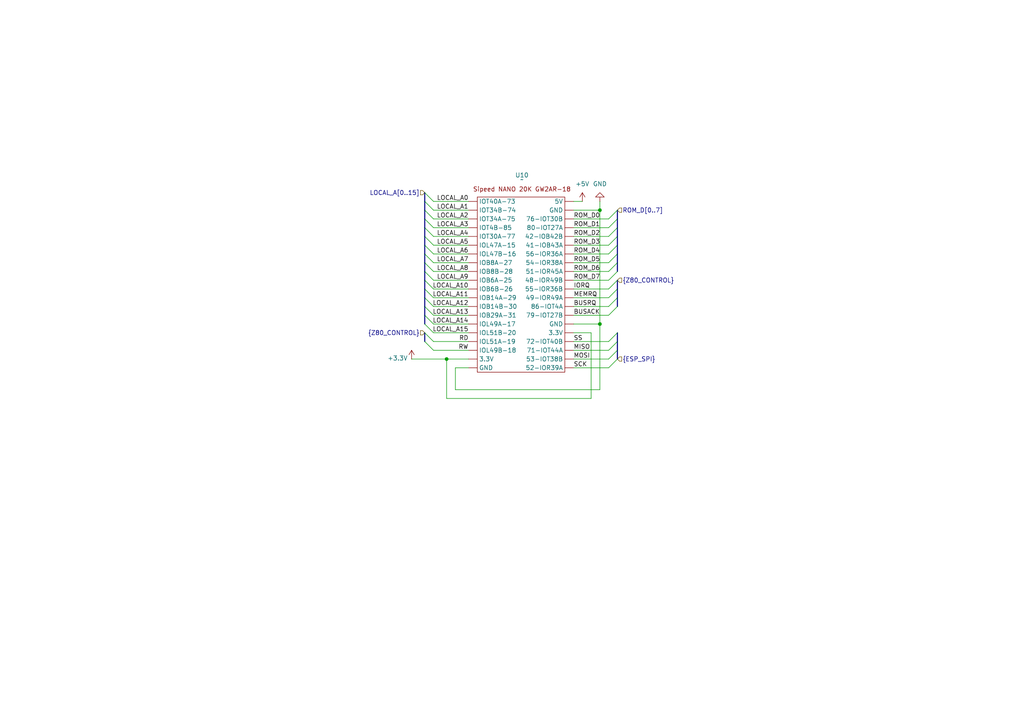
<source format=kicad_sch>
(kicad_sch
	(version 20231120)
	(generator "eeschema")
	(generator_version "8.0")
	(uuid "e2d30520-9e5a-4581-8b12-19287a1f16cf")
	(paper "A4")
	(lib_symbols
		(symbol "FujiNet 4.0:Sipeed_Nano_20K"
			(pin_numbers hide)
			(exclude_from_sim no)
			(in_bom yes)
			(on_board yes)
			(property "Reference" "U"
				(at 0 0 0)
				(effects
					(font
						(size 1.27 1.27)
					)
				)
			)
			(property "Value" ""
				(at 0 0 0)
				(effects
					(font
						(size 1.27 1.27)
					)
				)
			)
			(property "Footprint" "FujiNet 4.0:Sipeed Tang Nano 20k"
				(at 0 0 0)
				(effects
					(font
						(size 1.27 1.27)
					)
				)
			)
			(property "Datasheet" ""
				(at 0 0 0)
				(effects
					(font
						(size 1.27 1.27)
					)
					(hide yes)
				)
			)
			(property "Description" ""
				(at 0 0 0)
				(effects
					(font
						(size 1.27 1.27)
					)
					(hide yes)
				)
			)
			(symbol "Sipeed_Nano_20K_0_1"
				(rectangle
					(start -12.7 25.4)
					(end 12.7 -25.4)
					(stroke
						(width 0)
						(type default)
					)
					(fill
						(type none)
					)
				)
			)
			(symbol "Sipeed_Nano_20K_1_1"
				(text "Sipeed NANO 20K GW2AR-18"
					(at 0.254 27.686 0)
					(effects
						(font
							(size 1.27 1.27)
						)
					)
				)
				(pin power_in line
					(at 15.24 24.13 180)
					(length 2.54)
					(name "5V"
						(effects
							(font
								(size 1.27 1.27)
							)
						)
					)
					(number "1"
						(effects
							(font
								(size 1.27 1.27)
							)
						)
					)
				)
				(pin bidirectional line
					(at 15.24 1.27 180)
					(length 2.54)
					(name "48-IOR49B"
						(effects
							(font
								(size 1.27 1.27)
							)
						)
					)
					(number "10"
						(effects
							(font
								(size 1.27 1.27)
							)
						)
					)
				)
				(pin bidirectional line
					(at 15.24 -1.27 180)
					(length 2.54)
					(name "55-IOR36B"
						(effects
							(font
								(size 1.27 1.27)
							)
						)
					)
					(number "11"
						(effects
							(font
								(size 1.27 1.27)
							)
						)
					)
				)
				(pin bidirectional line
					(at 15.24 -3.81 180)
					(length 2.54)
					(name "49-IOR49A"
						(effects
							(font
								(size 1.27 1.27)
							)
						)
					)
					(number "12"
						(effects
							(font
								(size 1.27 1.27)
							)
						)
					)
				)
				(pin bidirectional line
					(at 15.24 -6.35 180)
					(length 2.54)
					(name "86-IOT4A"
						(effects
							(font
								(size 1.27 1.27)
							)
						)
					)
					(number "13"
						(effects
							(font
								(size 1.27 1.27)
							)
						)
					)
				)
				(pin bidirectional line
					(at 15.24 -8.89 180)
					(length 2.54)
					(name "79-IOT27B"
						(effects
							(font
								(size 1.27 1.27)
							)
						)
					)
					(number "14"
						(effects
							(font
								(size 1.27 1.27)
							)
						)
					)
				)
				(pin power_in line
					(at 15.24 -11.43 180)
					(length 2.54)
					(name "GND"
						(effects
							(font
								(size 1.27 1.27)
							)
						)
					)
					(number "15"
						(effects
							(font
								(size 1.27 1.27)
							)
						)
					)
				)
				(pin power_in line
					(at 15.24 -13.97 180)
					(length 2.54)
					(name "3.3V"
						(effects
							(font
								(size 1.27 1.27)
							)
						)
					)
					(number "16"
						(effects
							(font
								(size 1.27 1.27)
							)
						)
					)
				)
				(pin bidirectional line
					(at 15.24 -16.51 180)
					(length 2.54)
					(name "72-IOT40B"
						(effects
							(font
								(size 1.27 1.27)
							)
						)
					)
					(number "17"
						(effects
							(font
								(size 1.27 1.27)
							)
						)
					)
				)
				(pin bidirectional line
					(at 15.24 -19.05 180)
					(length 2.54)
					(name "71-IOT44A"
						(effects
							(font
								(size 1.27 1.27)
							)
						)
					)
					(number "18"
						(effects
							(font
								(size 1.27 1.27)
							)
						)
					)
				)
				(pin bidirectional line
					(at 15.24 -21.59 180)
					(length 2.54)
					(name "53-IOT38B"
						(effects
							(font
								(size 1.27 1.27)
							)
						)
					)
					(number "19"
						(effects
							(font
								(size 1.27 1.27)
							)
						)
					)
				)
				(pin power_in line
					(at 15.24 21.59 180)
					(length 2.54)
					(name "GND"
						(effects
							(font
								(size 1.27 1.27)
							)
						)
					)
					(number "2"
						(effects
							(font
								(size 1.27 1.27)
							)
						)
					)
				)
				(pin bidirectional line
					(at 15.24 -24.13 180)
					(length 2.54)
					(name "52-IOR39A"
						(effects
							(font
								(size 1.27 1.27)
							)
						)
					)
					(number "20"
						(effects
							(font
								(size 1.27 1.27)
							)
						)
					)
				)
				(pin power_in line
					(at -15.24 -24.13 0)
					(length 2.54)
					(name "GND"
						(effects
							(font
								(size 1.27 1.27)
							)
						)
					)
					(number "21"
						(effects
							(font
								(size 1.27 1.27)
							)
						)
					)
				)
				(pin power_in line
					(at -15.24 -21.59 0)
					(length 2.54)
					(name "3.3V"
						(effects
							(font
								(size 1.27 1.27)
							)
						)
					)
					(number "22"
						(effects
							(font
								(size 1.27 1.27)
							)
						)
					)
				)
				(pin bidirectional line
					(at -15.24 -19.05 0)
					(length 2.54)
					(name "IOL49B-18"
						(effects
							(font
								(size 1.27 1.27)
							)
						)
					)
					(number "23"
						(effects
							(font
								(size 1.27 1.27)
							)
						)
					)
				)
				(pin bidirectional line
					(at -15.24 -16.51 0)
					(length 2.54)
					(name "IOL51A-19"
						(effects
							(font
								(size 1.27 1.27)
							)
						)
					)
					(number "24"
						(effects
							(font
								(size 1.27 1.27)
							)
						)
					)
				)
				(pin bidirectional line
					(at -15.24 -13.97 0)
					(length 2.54)
					(name "IOL51B-20"
						(effects
							(font
								(size 1.27 1.27)
							)
						)
					)
					(number "25"
						(effects
							(font
								(size 1.27 1.27)
							)
						)
					)
				)
				(pin bidirectional line
					(at -15.24 -11.43 0)
					(length 2.54)
					(name "IOL49A-17"
						(effects
							(font
								(size 1.27 1.27)
							)
						)
					)
					(number "26"
						(effects
							(font
								(size 1.27 1.27)
							)
						)
					)
				)
				(pin bidirectional line
					(at -15.24 -8.89 0)
					(length 2.54)
					(name "IOB29A-31"
						(effects
							(font
								(size 1.27 1.27)
							)
						)
					)
					(number "27"
						(effects
							(font
								(size 1.27 1.27)
							)
						)
					)
				)
				(pin bidirectional line
					(at -15.24 -6.35 0)
					(length 2.54)
					(name "IOB14B-30"
						(effects
							(font
								(size 1.27 1.27)
							)
						)
					)
					(number "28"
						(effects
							(font
								(size 1.27 1.27)
							)
						)
					)
				)
				(pin bidirectional line
					(at -15.24 -3.81 0)
					(length 2.54)
					(name "IOB14A-29"
						(effects
							(font
								(size 1.27 1.27)
							)
						)
					)
					(number "29"
						(effects
							(font
								(size 1.27 1.27)
							)
						)
					)
				)
				(pin bidirectional line
					(at 15.24 19.05 180)
					(length 2.54)
					(name "76-IOT30B"
						(effects
							(font
								(size 1.27 1.27)
							)
						)
					)
					(number "3"
						(effects
							(font
								(size 1.27 1.27)
							)
						)
					)
				)
				(pin bidirectional line
					(at -15.24 -1.27 0)
					(length 2.54)
					(name "IOB6B-26"
						(effects
							(font
								(size 1.27 1.27)
							)
						)
					)
					(number "30"
						(effects
							(font
								(size 1.27 1.27)
							)
						)
					)
				)
				(pin bidirectional line
					(at -15.24 1.27 0)
					(length 2.54)
					(name "IOB6A-25"
						(effects
							(font
								(size 1.27 1.27)
							)
						)
					)
					(number "31"
						(effects
							(font
								(size 1.27 1.27)
							)
						)
					)
				)
				(pin bidirectional line
					(at -15.24 3.81 0)
					(length 2.54)
					(name "IOB8B-28"
						(effects
							(font
								(size 1.27 1.27)
							)
						)
					)
					(number "32"
						(effects
							(font
								(size 1.27 1.27)
							)
						)
					)
				)
				(pin bidirectional line
					(at -15.24 6.35 0)
					(length 2.54)
					(name "IOB8A-27"
						(effects
							(font
								(size 1.27 1.27)
							)
						)
					)
					(number "33"
						(effects
							(font
								(size 1.27 1.27)
							)
						)
					)
				)
				(pin bidirectional line
					(at -15.24 8.89 0)
					(length 2.54)
					(name "IOL47B-16"
						(effects
							(font
								(size 1.27 1.27)
							)
						)
					)
					(number "34"
						(effects
							(font
								(size 1.27 1.27)
							)
						)
					)
				)
				(pin bidirectional line
					(at -15.24 11.43 0)
					(length 2.54)
					(name "IOL47A-15"
						(effects
							(font
								(size 1.27 1.27)
							)
						)
					)
					(number "35"
						(effects
							(font
								(size 1.27 1.27)
							)
						)
					)
				)
				(pin bidirectional line
					(at -15.24 13.97 0)
					(length 2.54)
					(name "IOT30A-77"
						(effects
							(font
								(size 1.27 1.27)
							)
						)
					)
					(number "36"
						(effects
							(font
								(size 1.27 1.27)
							)
						)
					)
				)
				(pin bidirectional line
					(at -15.24 16.51 0)
					(length 2.54)
					(name "IOT4B-85"
						(effects
							(font
								(size 1.27 1.27)
							)
						)
					)
					(number "37"
						(effects
							(font
								(size 1.27 1.27)
							)
						)
					)
				)
				(pin bidirectional line
					(at -15.24 19.05 0)
					(length 2.54)
					(name "IOT34A-75"
						(effects
							(font
								(size 1.27 1.27)
							)
						)
					)
					(number "38"
						(effects
							(font
								(size 1.27 1.27)
							)
						)
					)
				)
				(pin bidirectional line
					(at -15.24 21.59 0)
					(length 2.54)
					(name "IOT34B-74"
						(effects
							(font
								(size 1.27 1.27)
							)
						)
					)
					(number "39"
						(effects
							(font
								(size 1.27 1.27)
							)
						)
					)
				)
				(pin bidirectional line
					(at 15.24 16.51 180)
					(length 2.54)
					(name "80-IOT27A"
						(effects
							(font
								(size 1.27 1.27)
							)
						)
					)
					(number "4"
						(effects
							(font
								(size 1.27 1.27)
							)
						)
					)
				)
				(pin bidirectional line
					(at -15.24 24.13 0)
					(length 2.54)
					(name "IOT40A-73"
						(effects
							(font
								(size 1.27 1.27)
							)
						)
					)
					(number "40"
						(effects
							(font
								(size 1.27 1.27)
							)
						)
					)
				)
				(pin bidirectional line
					(at 15.24 13.97 180)
					(length 2.54)
					(name "42-IOB42B"
						(effects
							(font
								(size 1.27 1.27)
							)
						)
					)
					(number "5"
						(effects
							(font
								(size 1.27 1.27)
							)
						)
					)
				)
				(pin bidirectional line
					(at 15.24 11.43 180)
					(length 2.54)
					(name "41-IOB43A"
						(effects
							(font
								(size 1.27 1.27)
							)
						)
					)
					(number "6"
						(effects
							(font
								(size 1.27 1.27)
							)
						)
					)
				)
				(pin bidirectional line
					(at 15.24 8.89 180)
					(length 2.54)
					(name "56-IOR36A"
						(effects
							(font
								(size 1.27 1.27)
							)
						)
					)
					(number "7"
						(effects
							(font
								(size 1.27 1.27)
							)
						)
					)
				)
				(pin bidirectional line
					(at 15.24 6.35 180)
					(length 2.54)
					(name "54-IOR38A"
						(effects
							(font
								(size 1.27 1.27)
							)
						)
					)
					(number "8"
						(effects
							(font
								(size 1.27 1.27)
							)
						)
					)
				)
				(pin bidirectional line
					(at 15.24 3.81 180)
					(length 2.54)
					(name "51-IOR45A"
						(effects
							(font
								(size 1.27 1.27)
							)
						)
					)
					(number "9"
						(effects
							(font
								(size 1.27 1.27)
							)
						)
					)
				)
			)
		)
		(symbol "power:+3.3V"
			(power)
			(pin_numbers hide)
			(pin_names
				(offset 0) hide)
			(exclude_from_sim no)
			(in_bom yes)
			(on_board yes)
			(property "Reference" "#PWR"
				(at 0 -3.81 0)
				(effects
					(font
						(size 1.27 1.27)
					)
					(hide yes)
				)
			)
			(property "Value" "+3.3V"
				(at 0 3.556 0)
				(effects
					(font
						(size 1.27 1.27)
					)
				)
			)
			(property "Footprint" ""
				(at 0 0 0)
				(effects
					(font
						(size 1.27 1.27)
					)
					(hide yes)
				)
			)
			(property "Datasheet" ""
				(at 0 0 0)
				(effects
					(font
						(size 1.27 1.27)
					)
					(hide yes)
				)
			)
			(property "Description" "Power symbol creates a global label with name \"+3.3V\""
				(at 0 0 0)
				(effects
					(font
						(size 1.27 1.27)
					)
					(hide yes)
				)
			)
			(property "ki_keywords" "global power"
				(at 0 0 0)
				(effects
					(font
						(size 1.27 1.27)
					)
					(hide yes)
				)
			)
			(symbol "+3.3V_0_1"
				(polyline
					(pts
						(xy -0.762 1.27) (xy 0 2.54)
					)
					(stroke
						(width 0)
						(type default)
					)
					(fill
						(type none)
					)
				)
				(polyline
					(pts
						(xy 0 0) (xy 0 2.54)
					)
					(stroke
						(width 0)
						(type default)
					)
					(fill
						(type none)
					)
				)
				(polyline
					(pts
						(xy 0 2.54) (xy 0.762 1.27)
					)
					(stroke
						(width 0)
						(type default)
					)
					(fill
						(type none)
					)
				)
			)
			(symbol "+3.3V_1_1"
				(pin power_in line
					(at 0 0 90)
					(length 0)
					(name "~"
						(effects
							(font
								(size 1.27 1.27)
							)
						)
					)
					(number "1"
						(effects
							(font
								(size 1.27 1.27)
							)
						)
					)
				)
			)
		)
		(symbol "power:+5V"
			(power)
			(pin_numbers hide)
			(pin_names
				(offset 0) hide)
			(exclude_from_sim no)
			(in_bom yes)
			(on_board yes)
			(property "Reference" "#PWR"
				(at 0 -3.81 0)
				(effects
					(font
						(size 1.27 1.27)
					)
					(hide yes)
				)
			)
			(property "Value" "+5V"
				(at 0 3.556 0)
				(effects
					(font
						(size 1.27 1.27)
					)
				)
			)
			(property "Footprint" ""
				(at 0 0 0)
				(effects
					(font
						(size 1.27 1.27)
					)
					(hide yes)
				)
			)
			(property "Datasheet" ""
				(at 0 0 0)
				(effects
					(font
						(size 1.27 1.27)
					)
					(hide yes)
				)
			)
			(property "Description" "Power symbol creates a global label with name \"+5V\""
				(at 0 0 0)
				(effects
					(font
						(size 1.27 1.27)
					)
					(hide yes)
				)
			)
			(property "ki_keywords" "global power"
				(at 0 0 0)
				(effects
					(font
						(size 1.27 1.27)
					)
					(hide yes)
				)
			)
			(symbol "+5V_0_1"
				(polyline
					(pts
						(xy -0.762 1.27) (xy 0 2.54)
					)
					(stroke
						(width 0)
						(type default)
					)
					(fill
						(type none)
					)
				)
				(polyline
					(pts
						(xy 0 0) (xy 0 2.54)
					)
					(stroke
						(width 0)
						(type default)
					)
					(fill
						(type none)
					)
				)
				(polyline
					(pts
						(xy 0 2.54) (xy 0.762 1.27)
					)
					(stroke
						(width 0)
						(type default)
					)
					(fill
						(type none)
					)
				)
			)
			(symbol "+5V_1_1"
				(pin power_in line
					(at 0 0 90)
					(length 0)
					(name "~"
						(effects
							(font
								(size 1.27 1.27)
							)
						)
					)
					(number "1"
						(effects
							(font
								(size 1.27 1.27)
							)
						)
					)
				)
			)
		)
		(symbol "power:GND"
			(power)
			(pin_numbers hide)
			(pin_names
				(offset 0) hide)
			(exclude_from_sim no)
			(in_bom yes)
			(on_board yes)
			(property "Reference" "#PWR"
				(at 0 -6.35 0)
				(effects
					(font
						(size 1.27 1.27)
					)
					(hide yes)
				)
			)
			(property "Value" "GND"
				(at 0 -3.81 0)
				(effects
					(font
						(size 1.27 1.27)
					)
				)
			)
			(property "Footprint" ""
				(at 0 0 0)
				(effects
					(font
						(size 1.27 1.27)
					)
					(hide yes)
				)
			)
			(property "Datasheet" ""
				(at 0 0 0)
				(effects
					(font
						(size 1.27 1.27)
					)
					(hide yes)
				)
			)
			(property "Description" "Power symbol creates a global label with name \"GND\" , ground"
				(at 0 0 0)
				(effects
					(font
						(size 1.27 1.27)
					)
					(hide yes)
				)
			)
			(property "ki_keywords" "global power"
				(at 0 0 0)
				(effects
					(font
						(size 1.27 1.27)
					)
					(hide yes)
				)
			)
			(symbol "GND_0_1"
				(polyline
					(pts
						(xy 0 0) (xy 0 -1.27) (xy 1.27 -1.27) (xy 0 -2.54) (xy -1.27 -1.27) (xy 0 -1.27)
					)
					(stroke
						(width 0)
						(type default)
					)
					(fill
						(type none)
					)
				)
			)
			(symbol "GND_1_1"
				(pin power_in line
					(at 0 0 270)
					(length 0)
					(name "~"
						(effects
							(font
								(size 1.27 1.27)
							)
						)
					)
					(number "1"
						(effects
							(font
								(size 1.27 1.27)
							)
						)
					)
				)
			)
		)
	)
	(junction
		(at 129.54 104.14)
		(diameter 0)
		(color 0 0 0 0)
		(uuid "1f6f59a4-be6a-4510-a443-d7e2772aff9d")
	)
	(junction
		(at 173.99 93.98)
		(diameter 0)
		(color 0 0 0 0)
		(uuid "604f4078-c838-4713-b407-72b5f87152a7")
	)
	(junction
		(at 173.99 60.96)
		(diameter 0)
		(color 0 0 0 0)
		(uuid "b4477a6f-e1dd-4baf-9f9f-319e0f368000")
	)
	(bus_entry
		(at 179.07 66.04)
		(size -2.54 2.54)
		(stroke
			(width 0)
			(type default)
		)
		(uuid "048e864e-9f03-4b4f-8e16-97657eadfdcd")
	)
	(bus_entry
		(at 123.19 71.12)
		(size 2.54 2.54)
		(stroke
			(width 0)
			(type default)
		)
		(uuid "051aaa9a-191a-4e27-93fe-aa01496899c3")
	)
	(bus_entry
		(at 123.19 55.88)
		(size 2.54 2.54)
		(stroke
			(width 0)
			(type default)
		)
		(uuid "05655040-0175-4109-bbcd-8f3d3d3bdb56")
	)
	(bus_entry
		(at 123.19 99.06)
		(size 2.54 2.54)
		(stroke
			(width 0)
			(type default)
		)
		(uuid "0730feef-24f5-437d-a2ac-417db314cc20")
	)
	(bus_entry
		(at 179.07 83.82)
		(size -2.54 2.54)
		(stroke
			(width 0)
			(type default)
		)
		(uuid "09276974-736a-49bb-b362-32ea44c0edbc")
	)
	(bus_entry
		(at 179.07 88.9)
		(size -2.54 2.54)
		(stroke
			(width 0)
			(type default)
		)
		(uuid "0ba2d3c6-e5c6-49bb-bd8e-d9c311b07639")
	)
	(bus_entry
		(at 123.19 83.82)
		(size 2.54 2.54)
		(stroke
			(width 0)
			(type default)
		)
		(uuid "11148108-9eab-4a16-95cf-0f4a272e0593")
	)
	(bus_entry
		(at 179.07 101.6)
		(size -2.54 2.54)
		(stroke
			(width 0)
			(type default)
		)
		(uuid "12c38e27-34ce-4cb8-8f9f-1da5ababff20")
	)
	(bus_entry
		(at 179.07 96.52)
		(size -2.54 2.54)
		(stroke
			(width 0)
			(type default)
		)
		(uuid "17579096-0878-4c3b-8161-d8bdf351909e")
	)
	(bus_entry
		(at 123.19 96.52)
		(size 2.54 2.54)
		(stroke
			(width 0)
			(type default)
		)
		(uuid "183e8f94-aa80-4a8a-b2a5-6c7944d359da")
	)
	(bus_entry
		(at 123.19 91.44)
		(size 2.54 2.54)
		(stroke
			(width 0)
			(type default)
		)
		(uuid "1aed7c1c-89a9-43cd-91c5-7761d1e11325")
	)
	(bus_entry
		(at 123.19 93.98)
		(size 2.54 2.54)
		(stroke
			(width 0)
			(type default)
		)
		(uuid "296fdcaa-4921-4f23-8a9e-417db57d8ac6")
	)
	(bus_entry
		(at 123.19 63.5)
		(size 2.54 2.54)
		(stroke
			(width 0)
			(type default)
		)
		(uuid "3fdd1b76-7132-49c4-b2b2-a2e17b9b10b4")
	)
	(bus_entry
		(at 179.07 71.12)
		(size -2.54 2.54)
		(stroke
			(width 0)
			(type default)
		)
		(uuid "4ba741d5-ce2a-43e9-b400-d7c1af6e0404")
	)
	(bus_entry
		(at 123.19 60.96)
		(size 2.54 2.54)
		(stroke
			(width 0)
			(type default)
		)
		(uuid "64e4d1a0-8cab-4fb1-94c5-1a9600da2e5a")
	)
	(bus_entry
		(at 179.07 86.36)
		(size -2.54 2.54)
		(stroke
			(width 0)
			(type default)
		)
		(uuid "6aacb44a-db99-476e-b8dc-82a622bade6a")
	)
	(bus_entry
		(at 123.19 76.2)
		(size 2.54 2.54)
		(stroke
			(width 0)
			(type default)
		)
		(uuid "72ce8232-a3d8-4656-a8fc-0b878ab627d7")
	)
	(bus_entry
		(at 179.07 73.66)
		(size -2.54 2.54)
		(stroke
			(width 0)
			(type default)
		)
		(uuid "8669ad20-1994-4983-b6e3-8cace013550e")
	)
	(bus_entry
		(at 179.07 63.5)
		(size -2.54 2.54)
		(stroke
			(width 0)
			(type default)
		)
		(uuid "9e172fcb-8f72-45e6-97f6-1ca3bd955eb7")
	)
	(bus_entry
		(at 123.19 88.9)
		(size 2.54 2.54)
		(stroke
			(width 0)
			(type default)
		)
		(uuid "aae4d9d8-2fb2-45b6-80a0-eec44e52552f")
	)
	(bus_entry
		(at 179.07 81.28)
		(size -2.54 2.54)
		(stroke
			(width 0)
			(type default)
		)
		(uuid "ad0e0910-11e3-4a7b-b336-a33778aec886")
	)
	(bus_entry
		(at 179.07 60.96)
		(size -2.54 2.54)
		(stroke
			(width 0)
			(type default)
		)
		(uuid "b82b597a-fbf8-472b-bd3b-30bb5c2e9c9d")
	)
	(bus_entry
		(at 123.19 68.58)
		(size 2.54 2.54)
		(stroke
			(width 0)
			(type default)
		)
		(uuid "b8644fd7-8c72-4464-9e00-9e4778da506b")
	)
	(bus_entry
		(at 123.19 86.36)
		(size 2.54 2.54)
		(stroke
			(width 0)
			(type default)
		)
		(uuid "bc9ba066-ca64-4c84-b39c-4ae8e97cc553")
	)
	(bus_entry
		(at 123.19 73.66)
		(size 2.54 2.54)
		(stroke
			(width 0)
			(type default)
		)
		(uuid "c28866c3-0e9d-4af7-9db8-694d3a6480be")
	)
	(bus_entry
		(at 123.19 81.28)
		(size 2.54 2.54)
		(stroke
			(width 0)
			(type default)
		)
		(uuid "c4bd5b1a-6cc3-4bd5-a0df-d17904ac84c0")
	)
	(bus_entry
		(at 179.07 78.74)
		(size -2.54 2.54)
		(stroke
			(width 0)
			(type default)
		)
		(uuid "cc72ca78-0e93-457c-aa1f-1354747691fe")
	)
	(bus_entry
		(at 179.07 99.06)
		(size -2.54 2.54)
		(stroke
			(width 0)
			(type default)
		)
		(uuid "cdc05998-5815-46af-93f0-c8e543ed2204")
	)
	(bus_entry
		(at 179.07 76.2)
		(size -2.54 2.54)
		(stroke
			(width 0)
			(type default)
		)
		(uuid "ce0a21c9-a0cb-407c-8efa-afbd91636288")
	)
	(bus_entry
		(at 123.19 58.42)
		(size 2.54 2.54)
		(stroke
			(width 0)
			(type default)
		)
		(uuid "d4d02f7b-6fa7-428d-bf46-fc1201c8677e")
	)
	(bus_entry
		(at 123.19 78.74)
		(size 2.54 2.54)
		(stroke
			(width 0)
			(type default)
		)
		(uuid "e4132fff-ad02-4c86-9dbc-4e6238053ea4")
	)
	(bus_entry
		(at 179.07 104.14)
		(size -2.54 2.54)
		(stroke
			(width 0)
			(type default)
		)
		(uuid "e6ab90ae-4b0d-43bd-9e28-6387317cb956")
	)
	(bus_entry
		(at 179.07 68.58)
		(size -2.54 2.54)
		(stroke
			(width 0)
			(type default)
		)
		(uuid "e6ccf2d7-e06d-44cd-943d-2fce7da23ae9")
	)
	(bus_entry
		(at 123.19 66.04)
		(size 2.54 2.54)
		(stroke
			(width 0)
			(type default)
		)
		(uuid "f5d4933f-23eb-4202-bd37-57e4ec59560d")
	)
	(wire
		(pts
			(xy 166.37 101.6) (xy 176.53 101.6)
		)
		(stroke
			(width 0)
			(type default)
		)
		(uuid "02105a44-9a98-4d4e-9186-ef2b2b79dbd2")
	)
	(wire
		(pts
			(xy 119.38 104.14) (xy 129.54 104.14)
		)
		(stroke
			(width 0)
			(type default)
		)
		(uuid "04521782-52df-4ac9-a5c3-59de20c4523b")
	)
	(bus
		(pts
			(xy 179.07 96.52) (xy 179.07 99.06)
		)
		(stroke
			(width 0)
			(type default)
		)
		(uuid "0886576d-f236-443d-bbd2-ca43f71bc92f")
	)
	(wire
		(pts
			(xy 166.37 66.04) (xy 176.53 66.04)
		)
		(stroke
			(width 0)
			(type default)
		)
		(uuid "097426e6-06b5-41ed-9dc6-0799fd59b146")
	)
	(bus
		(pts
			(xy 123.19 63.5) (xy 123.19 66.04)
		)
		(stroke
			(width 0)
			(type default)
		)
		(uuid "0c38f195-21ee-44f7-b847-b86954b74b23")
	)
	(bus
		(pts
			(xy 123.19 88.9) (xy 123.19 91.44)
		)
		(stroke
			(width 0)
			(type default)
		)
		(uuid "1161d526-3f8b-4527-854c-d3b19a3a131a")
	)
	(wire
		(pts
			(xy 125.73 81.28) (xy 135.89 81.28)
		)
		(stroke
			(width 0)
			(type default)
		)
		(uuid "12b823ea-fad6-4bec-8e2f-484a3cb380d3")
	)
	(bus
		(pts
			(xy 179.07 101.6) (xy 179.07 104.14)
		)
		(stroke
			(width 0)
			(type default)
		)
		(uuid "15707f9a-6e4e-43ae-8ea8-1e4164b86801")
	)
	(wire
		(pts
			(xy 125.73 76.2) (xy 135.89 76.2)
		)
		(stroke
			(width 0)
			(type default)
		)
		(uuid "183a0872-06b0-462a-8f69-352d0ecb0f05")
	)
	(wire
		(pts
			(xy 166.37 93.98) (xy 173.99 93.98)
		)
		(stroke
			(width 0)
			(type default)
		)
		(uuid "18eeb668-03a4-4dcd-971d-eaae4a4fb886")
	)
	(bus
		(pts
			(xy 123.19 86.36) (xy 123.19 88.9)
		)
		(stroke
			(width 0)
			(type default)
		)
		(uuid "1a0a41cf-55ff-4ad7-a517-bd6bbf621e4f")
	)
	(wire
		(pts
			(xy 166.37 96.52) (xy 171.45 96.52)
		)
		(stroke
			(width 0)
			(type default)
		)
		(uuid "1d04619d-27e4-46b1-83ef-9749e0c65a8a")
	)
	(bus
		(pts
			(xy 179.07 86.36) (xy 179.07 88.9)
		)
		(stroke
			(width 0)
			(type default)
		)
		(uuid "1de09614-e8c1-4d22-a0e6-4bfac5db0546")
	)
	(bus
		(pts
			(xy 179.07 83.82) (xy 179.07 86.36)
		)
		(stroke
			(width 0)
			(type default)
		)
		(uuid "1fe206ea-b2df-48c3-84fa-5267b6e1fcdd")
	)
	(wire
		(pts
			(xy 125.73 73.66) (xy 135.89 73.66)
		)
		(stroke
			(width 0)
			(type default)
		)
		(uuid "21ed0d7e-6329-4fe0-a19f-1e275b9db2e1")
	)
	(bus
		(pts
			(xy 123.19 66.04) (xy 123.19 68.58)
		)
		(stroke
			(width 0)
			(type default)
		)
		(uuid "22c684d3-7d5d-4fa0-9103-07b295ebfd2d")
	)
	(wire
		(pts
			(xy 125.73 60.96) (xy 135.89 60.96)
		)
		(stroke
			(width 0)
			(type default)
		)
		(uuid "2368342c-c496-45fd-9cb5-8ca6adf30a84")
	)
	(wire
		(pts
			(xy 166.37 104.14) (xy 176.53 104.14)
		)
		(stroke
			(width 0)
			(type default)
		)
		(uuid "245c329c-ee03-41a9-a234-a8a4df9b48e3")
	)
	(wire
		(pts
			(xy 166.37 68.58) (xy 176.53 68.58)
		)
		(stroke
			(width 0)
			(type default)
		)
		(uuid "2926a2b5-3def-4753-bf45-9375798b6f2d")
	)
	(wire
		(pts
			(xy 132.08 106.68) (xy 132.08 113.03)
		)
		(stroke
			(width 0)
			(type default)
		)
		(uuid "29548466-ec65-4012-bd6f-8cc60b87c3ad")
	)
	(bus
		(pts
			(xy 123.19 78.74) (xy 123.19 81.28)
		)
		(stroke
			(width 0)
			(type default)
		)
		(uuid "2cc81287-5d9b-47df-95d4-af004eab01cf")
	)
	(wire
		(pts
			(xy 173.99 60.96) (xy 173.99 58.42)
		)
		(stroke
			(width 0)
			(type default)
		)
		(uuid "2f77e54a-4435-4bee-b2bf-de35938e1ae4")
	)
	(wire
		(pts
			(xy 125.73 96.52) (xy 135.89 96.52)
		)
		(stroke
			(width 0)
			(type default)
		)
		(uuid "33d496dd-a157-4fb5-aa1e-cb1cfa02c66d")
	)
	(bus
		(pts
			(xy 179.07 71.12) (xy 179.07 73.66)
		)
		(stroke
			(width 0)
			(type default)
		)
		(uuid "33debfc0-7ced-45f0-ac91-26d6310642ee")
	)
	(wire
		(pts
			(xy 173.99 113.03) (xy 173.99 93.98)
		)
		(stroke
			(width 0)
			(type default)
		)
		(uuid "364c69eb-7091-40bd-be09-bc8f2c2c0f32")
	)
	(wire
		(pts
			(xy 125.73 58.42) (xy 135.89 58.42)
		)
		(stroke
			(width 0)
			(type default)
		)
		(uuid "3a474d4d-a71d-48b4-885a-758de07df4f4")
	)
	(bus
		(pts
			(xy 179.07 76.2) (xy 179.07 78.74)
		)
		(stroke
			(width 0)
			(type default)
		)
		(uuid "3c1d95cb-2253-4f49-8246-5beb9f888742")
	)
	(bus
		(pts
			(xy 123.19 76.2) (xy 123.19 78.74)
		)
		(stroke
			(width 0)
			(type default)
		)
		(uuid "3d08e7c9-9674-4013-b0fe-85f5a9bef6a3")
	)
	(wire
		(pts
			(xy 166.37 76.2) (xy 176.53 76.2)
		)
		(stroke
			(width 0)
			(type default)
		)
		(uuid "416f9329-cafb-41b2-989e-6f49a81a585c")
	)
	(wire
		(pts
			(xy 125.73 99.06) (xy 135.89 99.06)
		)
		(stroke
			(width 0)
			(type default)
		)
		(uuid "431e8d52-a11e-42a7-8340-64ab35efb0b1")
	)
	(bus
		(pts
			(xy 123.19 68.58) (xy 123.19 71.12)
		)
		(stroke
			(width 0)
			(type default)
		)
		(uuid "47a19722-328c-4fb6-86bd-9c396f2b5617")
	)
	(wire
		(pts
			(xy 125.73 93.98) (xy 135.89 93.98)
		)
		(stroke
			(width 0)
			(type default)
		)
		(uuid "482b60f8-b9c4-4f11-84e4-9958af85ce86")
	)
	(wire
		(pts
			(xy 171.45 96.52) (xy 171.45 115.57)
		)
		(stroke
			(width 0)
			(type default)
		)
		(uuid "4f168088-ba1a-4060-8a27-4b5a1db960a4")
	)
	(wire
		(pts
			(xy 166.37 88.9) (xy 176.53 88.9)
		)
		(stroke
			(width 0)
			(type default)
		)
		(uuid "504dc844-2c9a-4e59-aa6e-f5851b5a9a00")
	)
	(wire
		(pts
			(xy 166.37 73.66) (xy 176.53 73.66)
		)
		(stroke
			(width 0)
			(type default)
		)
		(uuid "529d7d35-6cbb-4e3d-aa79-2d38f3f8b89d")
	)
	(wire
		(pts
			(xy 125.73 83.82) (xy 135.89 83.82)
		)
		(stroke
			(width 0)
			(type default)
		)
		(uuid "52acc2f6-2122-4462-85b3-3af9f71ffec8")
	)
	(bus
		(pts
			(xy 123.19 58.42) (xy 123.19 60.96)
		)
		(stroke
			(width 0)
			(type default)
		)
		(uuid "57360800-8633-4520-9f18-34d2fabf79e6")
	)
	(bus
		(pts
			(xy 179.07 63.5) (xy 179.07 66.04)
		)
		(stroke
			(width 0)
			(type default)
		)
		(uuid "5a51911e-560a-4dd7-a646-d74b80cee417")
	)
	(wire
		(pts
			(xy 129.54 115.57) (xy 129.54 104.14)
		)
		(stroke
			(width 0)
			(type default)
		)
		(uuid "5a7fa468-6c9e-426b-bfae-62f6cc10ff18")
	)
	(wire
		(pts
			(xy 166.37 58.42) (xy 168.91 58.42)
		)
		(stroke
			(width 0)
			(type default)
		)
		(uuid "5e45fb81-06e8-45f7-a415-c12054f7656a")
	)
	(bus
		(pts
			(xy 123.19 81.28) (xy 123.19 83.82)
		)
		(stroke
			(width 0)
			(type default)
		)
		(uuid "699cc630-da49-40d2-b39b-b684cb5157ab")
	)
	(wire
		(pts
			(xy 125.73 68.58) (xy 135.89 68.58)
		)
		(stroke
			(width 0)
			(type default)
		)
		(uuid "754895e5-695c-4195-898f-371f0e037a58")
	)
	(wire
		(pts
			(xy 166.37 63.5) (xy 176.53 63.5)
		)
		(stroke
			(width 0)
			(type default)
		)
		(uuid "77acdc55-276c-4560-8579-80216a6d2522")
	)
	(wire
		(pts
			(xy 166.37 71.12) (xy 176.53 71.12)
		)
		(stroke
			(width 0)
			(type default)
		)
		(uuid "7a06a7e1-6f3a-474c-9a3a-5a52364bef07")
	)
	(wire
		(pts
			(xy 125.73 66.04) (xy 135.89 66.04)
		)
		(stroke
			(width 0)
			(type default)
		)
		(uuid "7f61a547-0240-4c1b-b28b-4b77b8cd0ed2")
	)
	(bus
		(pts
			(xy 123.19 60.96) (xy 123.19 63.5)
		)
		(stroke
			(width 0)
			(type default)
		)
		(uuid "808dbd2c-c7b1-4151-9c07-810eec923159")
	)
	(wire
		(pts
			(xy 125.73 101.6) (xy 135.89 101.6)
		)
		(stroke
			(width 0)
			(type default)
		)
		(uuid "841708de-3777-461d-9e8e-12744d989456")
	)
	(wire
		(pts
			(xy 125.73 86.36) (xy 135.89 86.36)
		)
		(stroke
			(width 0)
			(type default)
		)
		(uuid "86255cc3-6580-4fe4-a203-29257ed00702")
	)
	(wire
		(pts
			(xy 173.99 93.98) (xy 173.99 60.96)
		)
		(stroke
			(width 0)
			(type default)
		)
		(uuid "91da3393-3fd1-4d45-b497-06b69fb4298e")
	)
	(wire
		(pts
			(xy 166.37 81.28) (xy 176.53 81.28)
		)
		(stroke
			(width 0)
			(type default)
		)
		(uuid "a207943d-45b0-4789-afaf-83ac53944306")
	)
	(wire
		(pts
			(xy 176.53 99.06) (xy 166.37 99.06)
		)
		(stroke
			(width 0)
			(type default)
		)
		(uuid "a78e4c12-c5f5-47be-85de-76fba7ad70aa")
	)
	(wire
		(pts
			(xy 125.73 71.12) (xy 135.89 71.12)
		)
		(stroke
			(width 0)
			(type default)
		)
		(uuid "ab5554a2-0736-40d9-9e94-314745e072c0")
	)
	(bus
		(pts
			(xy 179.07 66.04) (xy 179.07 68.58)
		)
		(stroke
			(width 0)
			(type default)
		)
		(uuid "ab929d96-d959-4d59-8941-e3ad5dbc27ed")
	)
	(bus
		(pts
			(xy 123.19 91.44) (xy 123.19 93.98)
		)
		(stroke
			(width 0)
			(type default)
		)
		(uuid "ad649646-8535-4482-9fad-cdb512eb5142")
	)
	(wire
		(pts
			(xy 166.37 83.82) (xy 176.53 83.82)
		)
		(stroke
			(width 0)
			(type default)
		)
		(uuid "afd92562-a5bd-4ac7-9d45-879517ad52b6")
	)
	(bus
		(pts
			(xy 123.19 96.52) (xy 123.19 99.06)
		)
		(stroke
			(width 0)
			(type default)
		)
		(uuid "b2dbc1ee-eea9-4f61-bd23-868b51fd3d38")
	)
	(bus
		(pts
			(xy 123.19 71.12) (xy 123.19 73.66)
		)
		(stroke
			(width 0)
			(type default)
		)
		(uuid "b74f0b1f-84be-4403-8443-2cc2a96c4d3c")
	)
	(bus
		(pts
			(xy 179.07 60.96) (xy 179.07 63.5)
		)
		(stroke
			(width 0)
			(type default)
		)
		(uuid "c23cc64f-4a7c-4908-a1b1-d2ff94df7854")
	)
	(wire
		(pts
			(xy 125.73 63.5) (xy 135.89 63.5)
		)
		(stroke
			(width 0)
			(type default)
		)
		(uuid "ccd7e641-18a4-49af-9dc9-1ce76541c636")
	)
	(bus
		(pts
			(xy 179.07 73.66) (xy 179.07 76.2)
		)
		(stroke
			(width 0)
			(type default)
		)
		(uuid "d078a5df-108c-427d-8333-8d019ed7d343")
	)
	(wire
		(pts
			(xy 129.54 104.14) (xy 135.89 104.14)
		)
		(stroke
			(width 0)
			(type default)
		)
		(uuid "d868ed95-19ec-4ed2-a763-7fc37c801e5d")
	)
	(bus
		(pts
			(xy 123.19 73.66) (xy 123.19 76.2)
		)
		(stroke
			(width 0)
			(type default)
		)
		(uuid "da62cbe2-303c-426c-87d2-b07896b53b49")
	)
	(wire
		(pts
			(xy 125.73 91.44) (xy 135.89 91.44)
		)
		(stroke
			(width 0)
			(type default)
		)
		(uuid "daf84b5e-1e3b-4436-bf20-2db0ac5c5a03")
	)
	(bus
		(pts
			(xy 123.19 83.82) (xy 123.19 86.36)
		)
		(stroke
			(width 0)
			(type default)
		)
		(uuid "dcb75e2f-453b-48cf-b535-5789d91040ae")
	)
	(bus
		(pts
			(xy 179.07 68.58) (xy 179.07 71.12)
		)
		(stroke
			(width 0)
			(type default)
		)
		(uuid "de752996-8b4f-48b9-a4de-1a86e3803d9a")
	)
	(wire
		(pts
			(xy 171.45 115.57) (xy 129.54 115.57)
		)
		(stroke
			(width 0)
			(type default)
		)
		(uuid "df7d72e7-1178-4bc3-aaed-6359bf539cdb")
	)
	(wire
		(pts
			(xy 125.73 78.74) (xy 135.89 78.74)
		)
		(stroke
			(width 0)
			(type default)
		)
		(uuid "df9c43e3-ac23-42e7-a493-f89923acd64a")
	)
	(wire
		(pts
			(xy 166.37 78.74) (xy 176.53 78.74)
		)
		(stroke
			(width 0)
			(type default)
		)
		(uuid "dfbc3d9d-7ff8-4da1-a81e-5ba489032b3b")
	)
	(wire
		(pts
			(xy 166.37 86.36) (xy 176.53 86.36)
		)
		(stroke
			(width 0)
			(type default)
		)
		(uuid "e10b46d3-3372-4bde-b88b-60b44e009878")
	)
	(wire
		(pts
			(xy 135.89 106.68) (xy 132.08 106.68)
		)
		(stroke
			(width 0)
			(type default)
		)
		(uuid "e626f9f8-2df4-40f1-ac25-ecfec8cc67f2")
	)
	(wire
		(pts
			(xy 166.37 91.44) (xy 176.53 91.44)
		)
		(stroke
			(width 0)
			(type default)
		)
		(uuid "e8f13f96-3c4c-40ab-a5e8-624489942c5f")
	)
	(wire
		(pts
			(xy 166.37 60.96) (xy 173.99 60.96)
		)
		(stroke
			(width 0)
			(type default)
		)
		(uuid "ea1fc463-6726-40cf-8b42-d3df0deddcd0")
	)
	(bus
		(pts
			(xy 123.19 55.88) (xy 123.19 58.42)
		)
		(stroke
			(width 0)
			(type default)
		)
		(uuid "eaa2374a-b251-46f8-82d7-57ed5523812c")
	)
	(wire
		(pts
			(xy 125.73 88.9) (xy 135.89 88.9)
		)
		(stroke
			(width 0)
			(type default)
		)
		(uuid "ecc55a2d-7006-4cec-aea0-720be093d31c")
	)
	(wire
		(pts
			(xy 166.37 106.68) (xy 176.53 106.68)
		)
		(stroke
			(width 0)
			(type default)
		)
		(uuid "f2ba6e03-6f3f-404a-bdf2-e4b77c3c7fd6")
	)
	(bus
		(pts
			(xy 179.07 81.28) (xy 179.07 83.82)
		)
		(stroke
			(width 0)
			(type default)
		)
		(uuid "f5a72d49-1be2-46d1-ae1f-b8b986b00df0")
	)
	(bus
		(pts
			(xy 179.07 99.06) (xy 179.07 101.6)
		)
		(stroke
			(width 0)
			(type default)
		)
		(uuid "fcffb250-89f6-433c-bb9b-24472414a192")
	)
	(wire
		(pts
			(xy 132.08 113.03) (xy 173.99 113.03)
		)
		(stroke
			(width 0)
			(type default)
		)
		(uuid "ff07e054-f824-4868-a7ac-802367c7719f")
	)
	(label "LOCAL_A6"
		(at 135.89 73.66 180)
		(fields_autoplaced yes)
		(effects
			(font
				(size 1.27 1.27)
			)
			(justify right bottom)
		)
		(uuid "020ad357-2d84-4021-b6a8-3dee2cba505d")
	)
	(label "LOCAL_A7"
		(at 135.89 76.2 180)
		(fields_autoplaced yes)
		(effects
			(font
				(size 1.27 1.27)
			)
			(justify right bottom)
		)
		(uuid "089f3c24-cb3d-44d6-9ff3-58337116f721")
	)
	(label "LOCAL_A0"
		(at 135.89 58.42 180)
		(fields_autoplaced yes)
		(effects
			(font
				(size 1.27 1.27)
			)
			(justify right bottom)
		)
		(uuid "0e9a5c07-ff6c-4889-9213-ee2e3d94379d")
	)
	(label "LOCAL_A14"
		(at 135.89 93.98 180)
		(fields_autoplaced yes)
		(effects
			(font
				(size 1.27 1.27)
			)
			(justify right bottom)
		)
		(uuid "16b53890-8070-4139-8fa7-fe0fa83cc348")
	)
	(label "BUSACK"
		(at 166.37 91.44 0)
		(fields_autoplaced yes)
		(effects
			(font
				(size 1.27 1.27)
			)
			(justify left bottom)
		)
		(uuid "196b51fb-568a-435e-b0a4-2501f76acd60")
	)
	(label "SS"
		(at 166.37 99.06 0)
		(fields_autoplaced yes)
		(effects
			(font
				(size 1.27 1.27)
			)
			(justify left bottom)
		)
		(uuid "1ce198f3-17ca-4c8b-9a5b-d3c94ea9294d")
	)
	(label "LOCAL_A8"
		(at 135.89 78.74 180)
		(fields_autoplaced yes)
		(effects
			(font
				(size 1.27 1.27)
			)
			(justify right bottom)
		)
		(uuid "2894dafc-da4c-44cc-96c4-cffd2eba73b4")
	)
	(label "MISO"
		(at 166.37 101.6 0)
		(fields_autoplaced yes)
		(effects
			(font
				(size 1.27 1.27)
			)
			(justify left bottom)
		)
		(uuid "345e3f6a-43db-4004-8202-91247d9f4592")
	)
	(label "LOCAL_A12"
		(at 135.89 88.9 180)
		(fields_autoplaced yes)
		(effects
			(font
				(size 1.27 1.27)
			)
			(justify right bottom)
		)
		(uuid "356fb3d2-f421-4d22-b7c2-e5499e018d2c")
	)
	(label "ROM_D5"
		(at 166.37 76.2 0)
		(fields_autoplaced yes)
		(effects
			(font
				(size 1.27 1.27)
			)
			(justify left bottom)
		)
		(uuid "4e453bda-26e2-4fe2-a402-51eb1ee1dd03")
	)
	(label "ROM_D3"
		(at 166.37 71.12 0)
		(fields_autoplaced yes)
		(effects
			(font
				(size 1.27 1.27)
			)
			(justify left bottom)
		)
		(uuid "4f20992b-a7ff-4174-b714-6f56fefdc58c")
	)
	(label "BUSRQ"
		(at 166.37 88.9 0)
		(fields_autoplaced yes)
		(effects
			(font
				(size 1.27 1.27)
			)
			(justify left bottom)
		)
		(uuid "50de2f37-57b7-4c56-8149-84fa5e516e0d")
	)
	(label "MOSI"
		(at 166.37 104.14 0)
		(fields_autoplaced yes)
		(effects
			(font
				(size 1.27 1.27)
			)
			(justify left bottom)
		)
		(uuid "512510d6-321e-4eac-bec4-fcca53ec1097")
	)
	(label "ROM_D2"
		(at 166.37 68.58 0)
		(fields_autoplaced yes)
		(effects
			(font
				(size 1.27 1.27)
			)
			(justify left bottom)
		)
		(uuid "5c0ad315-51ad-4860-a12c-f690f1c2ad1b")
	)
	(label "LOCAL_A1"
		(at 135.89 60.96 180)
		(fields_autoplaced yes)
		(effects
			(font
				(size 1.27 1.27)
			)
			(justify right bottom)
		)
		(uuid "65f88e4b-6169-4b5b-8bc6-668140e2247b")
	)
	(label "ROM_D0"
		(at 166.37 63.5 0)
		(fields_autoplaced yes)
		(effects
			(font
				(size 1.27 1.27)
			)
			(justify left bottom)
		)
		(uuid "7f388783-9672-4127-9336-0d1a08adf886")
	)
	(label "IORQ"
		(at 166.37 83.82 0)
		(fields_autoplaced yes)
		(effects
			(font
				(size 1.27 1.27)
			)
			(justify left bottom)
		)
		(uuid "81dea243-3ae2-4d17-b86f-fc80471a6adb")
	)
	(label "MEMRQ"
		(at 166.37 86.36 0)
		(fields_autoplaced yes)
		(effects
			(font
				(size 1.27 1.27)
			)
			(justify left bottom)
		)
		(uuid "960409ef-3b93-4f41-8475-96784ba6d7a0")
	)
	(label "LOCAL_A11"
		(at 135.89 86.36 180)
		(fields_autoplaced yes)
		(effects
			(font
				(size 1.27 1.27)
			)
			(justify right bottom)
		)
		(uuid "9a7fdc3a-4adf-4223-afc6-195be38c57cf")
	)
	(label "RW"
		(at 135.89 101.6 180)
		(fields_autoplaced yes)
		(effects
			(font
				(size 1.27 1.27)
			)
			(justify right bottom)
		)
		(uuid "9ecc2699-df75-4151-a99f-8820dc14cc4c")
	)
	(label "LOCAL_A15"
		(at 135.89 96.52 180)
		(fields_autoplaced yes)
		(effects
			(font
				(size 1.27 1.27)
			)
			(justify right bottom)
		)
		(uuid "9ed54096-2fbc-48d8-b0f5-5f0731995cb4")
	)
	(label "ROM_D4"
		(at 166.37 73.66 0)
		(fields_autoplaced yes)
		(effects
			(font
				(size 1.27 1.27)
			)
			(justify left bottom)
		)
		(uuid "a3310858-a4ad-40ac-84e5-eeba80b5288a")
	)
	(label "LOCAL_A13"
		(at 135.89 91.44 180)
		(fields_autoplaced yes)
		(effects
			(font
				(size 1.27 1.27)
			)
			(justify right bottom)
		)
		(uuid "b3d97ed8-d00d-4b68-a31e-5dd94f93d83f")
	)
	(label "LOCAL_A10"
		(at 135.89 83.82 180)
		(fields_autoplaced yes)
		(effects
			(font
				(size 1.27 1.27)
			)
			(justify right bottom)
		)
		(uuid "b60b216f-1e59-4d1c-8931-edf44bd82d16")
	)
	(label "ROM_D6"
		(at 166.37 78.74 0)
		(fields_autoplaced yes)
		(effects
			(font
				(size 1.27 1.27)
			)
			(justify left bottom)
		)
		(uuid "c43fe2ce-49e3-4462-a622-8718563240f7")
	)
	(label "LOCAL_A5"
		(at 135.89 71.12 180)
		(fields_autoplaced yes)
		(effects
			(font
				(size 1.27 1.27)
			)
			(justify right bottom)
		)
		(uuid "c49c7357-b1e1-4c38-82bf-bf0bd673b37d")
	)
	(label "LOCAL_A9"
		(at 135.89 81.28 180)
		(fields_autoplaced yes)
		(effects
			(font
				(size 1.27 1.27)
			)
			(justify right bottom)
		)
		(uuid "c98bdbc0-a4ad-4201-8c42-adaa866e6a1f")
	)
	(label "LOCAL_A4"
		(at 135.89 68.58 180)
		(fields_autoplaced yes)
		(effects
			(font
				(size 1.27 1.27)
			)
			(justify right bottom)
		)
		(uuid "cb681780-e5b4-4b1c-87ff-d32083fca752")
	)
	(label "LOCAL_A3"
		(at 135.89 66.04 180)
		(fields_autoplaced yes)
		(effects
			(font
				(size 1.27 1.27)
			)
			(justify right bottom)
		)
		(uuid "dbeef68a-f4ce-4fe8-a775-8dacd97ed408")
	)
	(label "RD"
		(at 135.89 99.06 180)
		(fields_autoplaced yes)
		(effects
			(font
				(size 1.27 1.27)
			)
			(justify right bottom)
		)
		(uuid "e10f13d6-a991-43fa-b657-1a6f4093a5c5")
	)
	(label "LOCAL_A2"
		(at 135.89 63.5 180)
		(fields_autoplaced yes)
		(effects
			(font
				(size 1.27 1.27)
			)
			(justify right bottom)
		)
		(uuid "e4cd708d-2f7f-4ef7-9ae7-c754b3ea4df2")
	)
	(label "ROM_D7"
		(at 166.37 81.28 0)
		(fields_autoplaced yes)
		(effects
			(font
				(size 1.27 1.27)
			)
			(justify left bottom)
		)
		(uuid "f20c4c3f-fef9-406f-b819-70f2a7d42d65")
	)
	(label "ROM_D1"
		(at 166.37 66.04 0)
		(fields_autoplaced yes)
		(effects
			(font
				(size 1.27 1.27)
			)
			(justify left bottom)
		)
		(uuid "f740b977-ba08-4222-8232-18b6f4f7a0f4")
	)
	(label "SCK"
		(at 166.37 106.68 0)
		(fields_autoplaced yes)
		(effects
			(font
				(size 1.27 1.27)
			)
			(justify left bottom)
		)
		(uuid "fc16208f-b2e1-4e41-a1f6-b2d3e7921b8f")
	)
	(hierarchical_label "{Z80_CONTROL}"
		(shape input)
		(at 123.19 96.52 180)
		(fields_autoplaced yes)
		(effects
			(font
				(size 1.27 1.27)
			)
			(justify right)
		)
		(uuid "0afd0acd-445c-48c9-8124-54c9e4d7a2f8")
	)
	(hierarchical_label "{ESP_SPI}"
		(shape input)
		(at 179.07 104.14 0)
		(fields_autoplaced yes)
		(effects
			(font
				(size 1.27 1.27)
			)
			(justify left)
		)
		(uuid "23cecc54-a0e0-4079-9ed6-33d87237fcdb")
	)
	(hierarchical_label "ROM_D[0..7]"
		(shape input)
		(at 179.07 60.96 0)
		(fields_autoplaced yes)
		(effects
			(font
				(size 1.27 1.27)
			)
			(justify left)
		)
		(uuid "2e7f0027-d47a-4429-b13a-a837218aeaae")
	)
	(hierarchical_label "{Z80_CONTROL}"
		(shape input)
		(at 179.07 81.28 0)
		(fields_autoplaced yes)
		(effects
			(font
				(size 1.27 1.27)
			)
			(justify left)
		)
		(uuid "8dbd60a2-f1ef-4770-ac50-a0af19d4ea8b")
	)
	(hierarchical_label "LOCAL_A[0..15]"
		(shape input)
		(at 123.19 55.88 180)
		(fields_autoplaced yes)
		(effects
			(font
				(size 1.27 1.27)
			)
			(justify right)
		)
		(uuid "aab0a2ab-8b4d-4a17-b13e-43a873164b83")
	)
	(symbol
		(lib_id "power:+3.3V")
		(at 119.38 104.14 0)
		(unit 1)
		(exclude_from_sim no)
		(in_bom yes)
		(on_board yes)
		(dnp no)
		(uuid "009a4b1f-cefc-4245-bb7e-4168f10c09f4")
		(property "Reference" "#PWR08"
			(at 119.38 107.95 0)
			(effects
				(font
					(size 1.27 1.27)
				)
				(hide yes)
			)
		)
		(property "Value" "+3.3V"
			(at 115.316 103.886 0)
			(effects
				(font
					(size 1.27 1.27)
				)
			)
		)
		(property "Footprint" ""
			(at 119.38 104.14 0)
			(effects
				(font
					(size 1.27 1.27)
				)
				(hide yes)
			)
		)
		(property "Datasheet" ""
			(at 119.38 104.14 0)
			(effects
				(font
					(size 1.27 1.27)
				)
				(hide yes)
			)
		)
		(property "Description" "Power symbol creates a global label with name \"+3.3V\""
			(at 119.38 104.14 0)
			(effects
				(font
					(size 1.27 1.27)
				)
				(hide yes)
			)
		)
		(pin "1"
			(uuid "8f5fec71-e76f-45fb-82ff-b16156611364")
		)
		(instances
			(project "FujiNet 4.0"
				(path "/3f4c9c6f-2a2f-4b07-95a4-300eafec0cc9/b1fc653d-53e5-4026-a1f1-1de1c7ce3f12"
					(reference "#PWR08")
					(unit 1)
				)
			)
		)
	)
	(symbol
		(lib_id "power:+5V")
		(at 168.91 58.42 0)
		(unit 1)
		(exclude_from_sim no)
		(in_bom yes)
		(on_board yes)
		(dnp no)
		(fields_autoplaced yes)
		(uuid "0a6ea0b2-0b01-48fa-a397-7198c7a8a256")
		(property "Reference" "#PWR09"
			(at 168.91 62.23 0)
			(effects
				(font
					(size 1.27 1.27)
				)
				(hide yes)
			)
		)
		(property "Value" "+5V"
			(at 168.91 53.34 0)
			(effects
				(font
					(size 1.27 1.27)
				)
			)
		)
		(property "Footprint" ""
			(at 168.91 58.42 0)
			(effects
				(font
					(size 1.27 1.27)
				)
				(hide yes)
			)
		)
		(property "Datasheet" ""
			(at 168.91 58.42 0)
			(effects
				(font
					(size 1.27 1.27)
				)
				(hide yes)
			)
		)
		(property "Description" "Power symbol creates a global label with name \"+5V\""
			(at 168.91 58.42 0)
			(effects
				(font
					(size 1.27 1.27)
				)
				(hide yes)
			)
		)
		(pin "1"
			(uuid "d98bfe23-3ef6-442e-90c7-3439c41437f9")
		)
		(instances
			(project "FujiNet 4.0"
				(path "/3f4c9c6f-2a2f-4b07-95a4-300eafec0cc9/b1fc653d-53e5-4026-a1f1-1de1c7ce3f12"
					(reference "#PWR09")
					(unit 1)
				)
			)
		)
	)
	(symbol
		(lib_id "power:GND")
		(at 173.99 58.42 180)
		(unit 1)
		(exclude_from_sim no)
		(in_bom yes)
		(on_board yes)
		(dnp no)
		(fields_autoplaced yes)
		(uuid "d2582b0b-7b21-4374-80bb-837e59a32e5d")
		(property "Reference" "#PWR010"
			(at 173.99 52.07 0)
			(effects
				(font
					(size 1.27 1.27)
				)
				(hide yes)
			)
		)
		(property "Value" "GND"
			(at 173.99 53.34 0)
			(effects
				(font
					(size 1.27 1.27)
				)
			)
		)
		(property "Footprint" ""
			(at 173.99 58.42 0)
			(effects
				(font
					(size 1.27 1.27)
				)
				(hide yes)
			)
		)
		(property "Datasheet" ""
			(at 173.99 58.42 0)
			(effects
				(font
					(size 1.27 1.27)
				)
				(hide yes)
			)
		)
		(property "Description" "Power symbol creates a global label with name \"GND\" , ground"
			(at 173.99 58.42 0)
			(effects
				(font
					(size 1.27 1.27)
				)
				(hide yes)
			)
		)
		(pin "1"
			(uuid "33a579a5-4ed6-4163-8376-6a4851c51a45")
		)
		(instances
			(project "FujiNet 4.0"
				(path "/3f4c9c6f-2a2f-4b07-95a4-300eafec0cc9/b1fc653d-53e5-4026-a1f1-1de1c7ce3f12"
					(reference "#PWR010")
					(unit 1)
				)
			)
		)
	)
	(symbol
		(lib_id "FujiNet 4.0:Sipeed_Nano_20K")
		(at 151.13 82.55 0)
		(unit 1)
		(exclude_from_sim no)
		(in_bom yes)
		(on_board yes)
		(dnp no)
		(fields_autoplaced yes)
		(uuid "d79c89b9-ba0d-4bb9-beef-ba64baf1d796")
		(property "Reference" "U10"
			(at 151.384 50.8 0)
			(effects
				(font
					(size 1.27 1.27)
				)
			)
		)
		(property "Value" "~"
			(at 151.384 52.07 0)
			(effects
				(font
					(size 1.27 1.27)
				)
			)
		)
		(property "Footprint" "FujiNet 4.0:Sipeed Tang Nano 20k"
			(at 151.13 82.55 0)
			(effects
				(font
					(size 1.27 1.27)
				)
				(hide yes)
			)
		)
		(property "Datasheet" ""
			(at 151.13 82.55 0)
			(effects
				(font
					(size 1.27 1.27)
				)
				(hide yes)
			)
		)
		(property "Description" ""
			(at 151.13 82.55 0)
			(effects
				(font
					(size 1.27 1.27)
				)
				(hide yes)
			)
		)
		(pin "24"
			(uuid "7dc23504-59f3-4b63-a978-084207b4aeaf")
		)
		(pin "18"
			(uuid "d128710d-4d79-4ecd-8ca3-9ae24d51fe1e")
		)
		(pin "19"
			(uuid "df203c8a-70ba-4f2f-a464-aad00baacf00")
		)
		(pin "26"
			(uuid "4382c813-06fb-43b9-a4c3-04d9d1feb18a")
		)
		(pin "14"
			(uuid "678e52bc-6cb2-411c-991a-985c70803d12")
		)
		(pin "22"
			(uuid "40582b43-3c59-4a60-ae9f-8f37b566ebe4")
		)
		(pin "30"
			(uuid "e9c06ba0-0128-4931-9def-885b1c0b4d5b")
		)
		(pin "31"
			(uuid "85fcd221-5846-4a6c-a205-bde423d7164c")
		)
		(pin "2"
			(uuid "74ff25fb-e1d5-4c60-9f53-2ffef2bc2809")
		)
		(pin "7"
			(uuid "ea6741d0-c0d7-4c27-83f1-dfadb3be0ee9")
		)
		(pin "39"
			(uuid "993bc844-879c-424c-aeac-bc8966ad7b99")
		)
		(pin "32"
			(uuid "c8407df3-86ca-4c72-a5ea-fa011877a6f0")
		)
		(pin "35"
			(uuid "d51bb7af-d5ca-411a-8d97-2b686429f463")
		)
		(pin "15"
			(uuid "1f3ba6f8-5577-4da3-8487-e9abffbec8da")
		)
		(pin "17"
			(uuid "53970c6e-0d79-4f3c-a45d-f05e970e70d1")
		)
		(pin "10"
			(uuid "58849660-0322-41b4-ae64-475598178d53")
		)
		(pin "13"
			(uuid "85cac801-c205-4b8b-941b-509cab2a87f8")
		)
		(pin "20"
			(uuid "7e8ca1ae-04ad-4e16-956c-2d4b0227b9a2")
		)
		(pin "29"
			(uuid "5372f539-cd55-4fa7-a492-0d7dc75b083c")
		)
		(pin "33"
			(uuid "810704f6-40a1-419b-8c31-4197717f2f87")
		)
		(pin "3"
			(uuid "775f7a6d-9a75-4b39-bffa-0066bf89e0dc")
		)
		(pin "34"
			(uuid "44a59d82-bfc5-4450-9995-1d6a4811bd42")
		)
		(pin "16"
			(uuid "5a859e21-b7af-4671-8b55-00e165f1f7b5")
		)
		(pin "36"
			(uuid "fff8a5d6-525c-4dbc-b919-7bf895ba3d87")
		)
		(pin "37"
			(uuid "7dccd3eb-0550-4f2b-8ebb-695317f1cf2f")
		)
		(pin "4"
			(uuid "5b0eb77e-f642-4be5-a9b1-bae3404005d2")
		)
		(pin "12"
			(uuid "0c9c55d0-c464-4b1f-bc71-d2a994200aa8")
		)
		(pin "6"
			(uuid "171ee5fc-34ea-44f7-a252-166f76a88422")
		)
		(pin "38"
			(uuid "6d469ab2-492c-4136-ae99-90c9b075ffff")
		)
		(pin "5"
			(uuid "c776d90b-a2a1-4975-9aa5-d59d059bda6f")
		)
		(pin "21"
			(uuid "4ca8153a-1aaa-4a99-877a-f4c136d5be48")
		)
		(pin "1"
			(uuid "945da8bc-3fff-4b7c-a8a8-7eeb40ed7fd1")
		)
		(pin "11"
			(uuid "16906b36-b0de-4ea5-9817-609c6fd5ff27")
		)
		(pin "25"
			(uuid "46351432-6041-459f-b79d-f4d78d05eb26")
		)
		(pin "28"
			(uuid "694b783f-edd5-4098-a7b8-a1e76a556200")
		)
		(pin "9"
			(uuid "c6e90df7-350e-4222-8007-95cfe1fea8e2")
		)
		(pin "27"
			(uuid "f6ed9c2d-d109-45e0-bac7-b5fcddf430d4")
		)
		(pin "40"
			(uuid "198a097b-67fb-4c6d-85ef-ebe4f67bd0ad")
		)
		(pin "8"
			(uuid "54fba8bf-b18a-496e-8657-2aa16a1df478")
		)
		(pin "23"
			(uuid "e336b9d5-7403-4f38-a480-f475ebfb8d51")
		)
		(instances
			(project "FujiNet 4.0"
				(path "/3f4c9c6f-2a2f-4b07-95a4-300eafec0cc9/b1fc653d-53e5-4026-a1f1-1de1c7ce3f12"
					(reference "U10")
					(unit 1)
				)
			)
		)
	)
)

</source>
